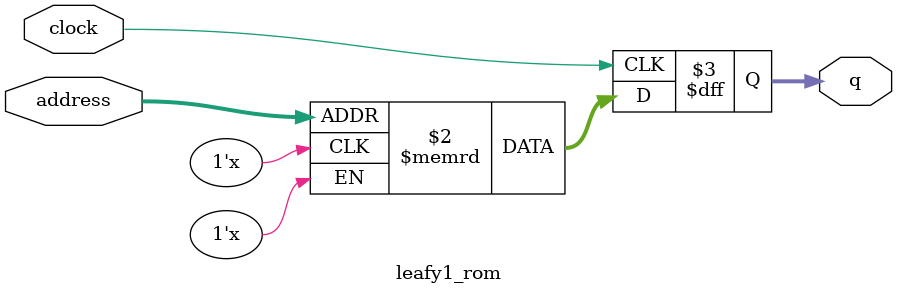
<source format=sv>
module leafy1_rom (
	input logic clock,
	input logic [15:0] address,
	output logic [3:0] q
);

logic [3:0] memory [0:49139] /* synthesis ram_init_file = "C:\Users\David\Downloads\Final\Lab_6\highestresbackground\leafy1\leafy1.mif" */;

always_ff @ (posedge clock) begin
	q <= memory[address];
end

endmodule

</source>
